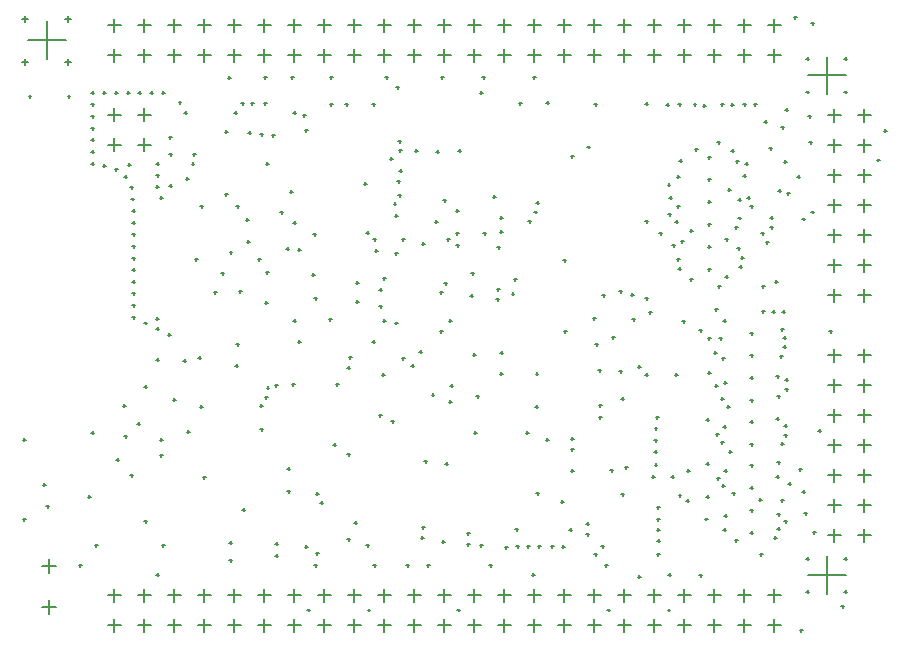
<source format=gbr>
%TF.GenerationSoftware,Altium Limited,Altium Designer,21.2.2 (38)*%
G04 Layer_Color=128*
%FSLAX45Y45*%
%MOMM*%
%TF.SameCoordinates,D1C1B47B-FFDC-44FD-B647-F1046EBF8E97*%
%TF.FilePolarity,Positive*%
%TF.FileFunction,Drillmap*%
%TF.Part,Single*%
G01*
G75*
%TA.AperFunction,NonConductor*%
%ADD226C,0.12700*%
D226*
X1977000Y190500D02*
X2087000D01*
X2032000Y135500D02*
Y245500D01*
X2231000Y190500D02*
X2341000D01*
X2286000Y135500D02*
Y245500D01*
X2485000Y190500D02*
X2595000D01*
X2540000Y135500D02*
Y245500D01*
X2739000Y190500D02*
X2849000D01*
X2794000Y135500D02*
Y245500D01*
X2993000Y190500D02*
X3103000D01*
X3048000Y135500D02*
Y245500D01*
X3247000Y190500D02*
X3357000D01*
X3302000Y135500D02*
Y245500D01*
X3501000Y190500D02*
X3611000D01*
X3556000Y135500D02*
Y245500D01*
X3755000Y190500D02*
X3865000D01*
X3810000Y135500D02*
Y245500D01*
X4009000Y190500D02*
X4119000D01*
X4064000Y135500D02*
Y245500D01*
X4263000Y190500D02*
X4373000D01*
X4318000Y135500D02*
Y245500D01*
X4517000Y190500D02*
X4627000D01*
X4572000Y135500D02*
Y245500D01*
X4771000Y190500D02*
X4881000D01*
X4826000Y135500D02*
Y245500D01*
X5025000Y190500D02*
X5135000D01*
X5080000Y135500D02*
Y245500D01*
X5279000Y190500D02*
X5389000D01*
X5334000Y135500D02*
Y245500D01*
X5533000Y190500D02*
X5643000D01*
X5588000Y135500D02*
Y245500D01*
X5787000Y190500D02*
X5897000D01*
X5842000Y135500D02*
Y245500D01*
X6041000Y190500D02*
X6151000D01*
X6096000Y135500D02*
Y245500D01*
X6295000Y190500D02*
X6405000D01*
X6350000Y135500D02*
Y245500D01*
X6549000Y190500D02*
X6659000D01*
X6604000Y135500D02*
Y245500D01*
X6803000Y190500D02*
X6913000D01*
X6858000Y135500D02*
Y245500D01*
X7057000Y190500D02*
X7167000D01*
X7112000Y135500D02*
Y245500D01*
X7311000Y190500D02*
X7421000D01*
X7366000Y135500D02*
Y245500D01*
X7565000Y190500D02*
X7675000D01*
X7620000Y135500D02*
Y245500D01*
X1977000Y444500D02*
X2087000D01*
X2032000Y389500D02*
Y499500D01*
X2231000Y444500D02*
X2341000D01*
X2286000Y389500D02*
Y499500D01*
X2485000Y444500D02*
X2595000D01*
X2540000Y389500D02*
Y499500D01*
X2739000Y444500D02*
X2849000D01*
X2794000Y389500D02*
Y499500D01*
X2993000Y444500D02*
X3103000D01*
X3048000Y389500D02*
Y499500D01*
X3247000Y444500D02*
X3357000D01*
X3302000Y389500D02*
Y499500D01*
X3501000Y444500D02*
X3611000D01*
X3556000Y389500D02*
Y499500D01*
X3755000Y444500D02*
X3865000D01*
X3810000Y389500D02*
Y499500D01*
X4009000Y444500D02*
X4119000D01*
X4064000Y389500D02*
Y499500D01*
X4263000Y444500D02*
X4373000D01*
X4318000Y389500D02*
Y499500D01*
X4517000Y444500D02*
X4627000D01*
X4572000Y389500D02*
Y499500D01*
X4771000Y444500D02*
X4881000D01*
X4826000Y389500D02*
Y499500D01*
X5025000Y444500D02*
X5135000D01*
X5080000Y389500D02*
Y499500D01*
X5279000Y444500D02*
X5389000D01*
X5334000Y389500D02*
Y499500D01*
X5533000Y444500D02*
X5643000D01*
X5588000Y389500D02*
Y499500D01*
X5787000Y444500D02*
X5897000D01*
X5842000Y389500D02*
Y499500D01*
X6041000Y444500D02*
X6151000D01*
X6096000Y389500D02*
Y499500D01*
X6295000Y444500D02*
X6405000D01*
X6350000Y389500D02*
Y499500D01*
X6549000Y444500D02*
X6659000D01*
X6604000Y389500D02*
Y499500D01*
X6803000Y444500D02*
X6913000D01*
X6858000Y389500D02*
Y499500D01*
X7057000Y444500D02*
X7167000D01*
X7112000Y389500D02*
Y499500D01*
X7311000Y444500D02*
X7421000D01*
X7366000Y389500D02*
Y499500D01*
X7565000Y444500D02*
X7675000D01*
X7620000Y389500D02*
Y499500D01*
X1977000Y5016500D02*
X2087000D01*
X2032000Y4961500D02*
Y5071500D01*
X2231000Y5016500D02*
X2341000D01*
X2286000Y4961500D02*
Y5071500D01*
X2485000Y5016500D02*
X2595000D01*
X2540000Y4961500D02*
Y5071500D01*
X2739000Y5016500D02*
X2849000D01*
X2794000Y4961500D02*
Y5071500D01*
X2993000Y5016500D02*
X3103000D01*
X3048000Y4961500D02*
Y5071500D01*
X3247000Y5016500D02*
X3357000D01*
X3302000Y4961500D02*
Y5071500D01*
X3501000Y5016500D02*
X3611000D01*
X3556000Y4961500D02*
Y5071500D01*
X3755000Y5016500D02*
X3865000D01*
X3810000Y4961500D02*
Y5071500D01*
X4009000Y5016500D02*
X4119000D01*
X4064000Y4961500D02*
Y5071500D01*
X4263000Y5016500D02*
X4373000D01*
X4318000Y4961500D02*
Y5071500D01*
X4517000Y5016500D02*
X4627000D01*
X4572000Y4961500D02*
Y5071500D01*
X4771000Y5016500D02*
X4881000D01*
X4826000Y4961500D02*
Y5071500D01*
X5025000Y5016500D02*
X5135000D01*
X5080000Y4961500D02*
Y5071500D01*
X5279000Y5016500D02*
X5389000D01*
X5334000Y4961500D02*
Y5071500D01*
X5533000Y5016500D02*
X5643000D01*
X5588000Y4961500D02*
Y5071500D01*
X5787000Y5016500D02*
X5897000D01*
X5842000Y4961500D02*
Y5071500D01*
X6041000Y5016500D02*
X6151000D01*
X6096000Y4961500D02*
Y5071500D01*
X6295000Y5016500D02*
X6405000D01*
X6350000Y4961500D02*
Y5071500D01*
X6549000Y5016500D02*
X6659000D01*
X6604000Y4961500D02*
Y5071500D01*
X6803000Y5016500D02*
X6913000D01*
X6858000Y4961500D02*
Y5071500D01*
X7057000Y5016500D02*
X7167000D01*
X7112000Y4961500D02*
Y5071500D01*
X7311000Y5016500D02*
X7421000D01*
X7366000Y4961500D02*
Y5071500D01*
X7565000Y5016500D02*
X7675000D01*
X7620000Y4961500D02*
Y5071500D01*
X1977000Y5270500D02*
X2087000D01*
X2032000Y5215500D02*
Y5325500D01*
X2231000Y5270500D02*
X2341000D01*
X2286000Y5215500D02*
Y5325500D01*
X2485000Y5270500D02*
X2595000D01*
X2540000Y5215500D02*
Y5325500D01*
X2739000Y5270500D02*
X2849000D01*
X2794000Y5215500D02*
Y5325500D01*
X2993000Y5270500D02*
X3103000D01*
X3048000Y5215500D02*
Y5325500D01*
X3247000Y5270500D02*
X3357000D01*
X3302000Y5215500D02*
Y5325500D01*
X3501000Y5270500D02*
X3611000D01*
X3556000Y5215500D02*
Y5325500D01*
X3755000Y5270500D02*
X3865000D01*
X3810000Y5215500D02*
Y5325500D01*
X4009000Y5270500D02*
X4119000D01*
X4064000Y5215500D02*
Y5325500D01*
X4263000Y5270500D02*
X4373000D01*
X4318000Y5215500D02*
Y5325500D01*
X4517000Y5270500D02*
X4627000D01*
X4572000Y5215500D02*
Y5325500D01*
X4771000Y5270500D02*
X4881000D01*
X4826000Y5215500D02*
Y5325500D01*
X5025000Y5270500D02*
X5135000D01*
X5080000Y5215500D02*
Y5325500D01*
X5279000Y5270500D02*
X5389000D01*
X5334000Y5215500D02*
Y5325500D01*
X5533000Y5270500D02*
X5643000D01*
X5588000Y5215500D02*
Y5325500D01*
X5787000Y5270500D02*
X5897000D01*
X5842000Y5215500D02*
Y5325500D01*
X6041000Y5270500D02*
X6151000D01*
X6096000Y5215500D02*
Y5325500D01*
X6295000Y5270500D02*
X6405000D01*
X6350000Y5215500D02*
Y5325500D01*
X6549000Y5270500D02*
X6659000D01*
X6604000Y5215500D02*
Y5325500D01*
X6803000Y5270500D02*
X6913000D01*
X6858000Y5215500D02*
Y5325500D01*
X7057000Y5270500D02*
X7167000D01*
X7112000Y5215500D02*
Y5325500D01*
X7311000Y5270500D02*
X7421000D01*
X7366000Y5215500D02*
Y5325500D01*
X7565000Y5270500D02*
X7675000D01*
X7620000Y5215500D02*
Y5325500D01*
X8327000Y952800D02*
X8437000D01*
X8382000Y897800D02*
Y1007800D01*
X8327000Y1206800D02*
X8437000D01*
X8382000Y1151800D02*
Y1261800D01*
X8327000Y1460800D02*
X8437000D01*
X8382000Y1405800D02*
Y1515800D01*
X8327000Y1714800D02*
X8437000D01*
X8382000Y1659800D02*
Y1769800D01*
X8327000Y1968800D02*
X8437000D01*
X8382000Y1913800D02*
Y2023800D01*
X8327000Y2222800D02*
X8437000D01*
X8382000Y2167800D02*
Y2277800D01*
X8327000Y2476800D02*
X8437000D01*
X8382000Y2421800D02*
Y2531800D01*
X8073000Y952800D02*
X8183000D01*
X8128000Y897800D02*
Y1007800D01*
X8073000Y1206800D02*
X8183000D01*
X8128000Y1151800D02*
Y1261800D01*
X8073000Y1460800D02*
X8183000D01*
X8128000Y1405800D02*
Y1515800D01*
X8073000Y1714800D02*
X8183000D01*
X8128000Y1659800D02*
Y1769800D01*
X8073000Y1968800D02*
X8183000D01*
X8128000Y1913800D02*
Y2023800D01*
X8073000Y2222800D02*
X8183000D01*
X8128000Y2167800D02*
Y2277800D01*
X8073000Y2476800D02*
X8183000D01*
X8128000Y2421800D02*
Y2531800D01*
X8073000Y4508800D02*
X8183000D01*
X8128000Y4453800D02*
Y4563800D01*
X8073000Y4254800D02*
X8183000D01*
X8128000Y4199800D02*
Y4309800D01*
X8073000Y4000800D02*
X8183000D01*
X8128000Y3945800D02*
Y4055800D01*
X8073000Y3746800D02*
X8183000D01*
X8128000Y3691800D02*
Y3801800D01*
X8073000Y3492800D02*
X8183000D01*
X8128000Y3437800D02*
Y3547800D01*
X8073000Y3238800D02*
X8183000D01*
X8128000Y3183800D02*
Y3293800D01*
X8073000Y2984800D02*
X8183000D01*
X8128000Y2929800D02*
Y3039800D01*
X8327000Y4508800D02*
X8437000D01*
X8382000Y4453800D02*
Y4563800D01*
X8327000Y4254800D02*
X8437000D01*
X8382000Y4199800D02*
Y4309800D01*
X8327000Y4000800D02*
X8437000D01*
X8382000Y3945800D02*
Y4055800D01*
X8327000Y3746800D02*
X8437000D01*
X8382000Y3691800D02*
Y3801800D01*
X8327000Y3492800D02*
X8437000D01*
X8382000Y3437800D02*
Y3547800D01*
X8327000Y3238800D02*
X8437000D01*
X8382000Y3183800D02*
Y3293800D01*
X8327000Y2984800D02*
X8437000D01*
X8382000Y2929800D02*
Y3039800D01*
X2231000Y4258400D02*
X2341000D01*
X2286000Y4203400D02*
Y4313400D01*
X1977000Y4258400D02*
X2087000D01*
X2032000Y4203400D02*
Y4313400D01*
X2231000Y4512400D02*
X2341000D01*
X2286000Y4457400D02*
Y4567400D01*
X1977000Y4512400D02*
X2087000D01*
X2032000Y4457400D02*
Y4567400D01*
X7904500Y615000D02*
X8224500D01*
X8064500Y455000D02*
Y775000D01*
X7904500Y4846000D02*
X8224500D01*
X8064500Y4686000D02*
Y5006000D01*
X1300500Y5143500D02*
X1620500D01*
X1460500Y4983500D02*
Y5303500D01*
X1420000Y345000D02*
X1540000D01*
X1480000Y285000D02*
Y405000D01*
X1420000Y695000D02*
X1540000D01*
X1480000Y635000D02*
Y755000D01*
X7127500Y1810000D02*
X7152500D01*
X7140000Y1797500D02*
Y1822500D01*
X7167500Y1740000D02*
X7192500D01*
X7180000Y1727500D02*
Y1752500D01*
X5897500Y1770000D02*
X5922500D01*
X5910000Y1757500D02*
Y1782500D01*
X7712755Y2269990D02*
X7737754D01*
X7725255Y2257490D02*
Y2282490D01*
X7716183Y2190000D02*
X7741183D01*
X7728683Y2177500D02*
Y2202500D01*
X7637500Y1940000D02*
X7662500D01*
X7650000Y1927500D02*
Y1952500D01*
X3537500Y2230000D02*
X3562500D01*
X3550000Y2217500D02*
Y2242500D01*
X7197500Y1120000D02*
X7222500D01*
X7210000Y1107500D02*
Y1132500D01*
X7177386Y1371546D02*
X7202386D01*
X7189886Y1359047D02*
Y1384046D01*
X7135113Y1433498D02*
X7160113D01*
X7147613Y1420998D02*
Y1445998D01*
X4226071Y3460097D02*
X4251070D01*
X4238570Y3447597D02*
Y3472597D01*
X3397500Y780000D02*
X3422500D01*
X3410000Y767500D02*
Y792500D01*
X7741646Y1387500D02*
X7766645D01*
X7754146Y1375000D02*
Y1400000D01*
X7827500Y1510000D02*
X7852500D01*
X7840000Y1497500D02*
Y1522500D01*
X3047500Y4530000D02*
X3072500D01*
X3060000Y4517500D02*
Y4542500D01*
X6810575Y1292754D02*
X6835575D01*
X6823075Y1280254D02*
Y1305254D01*
X6747500Y1450000D02*
X6772500D01*
X6760000Y1437500D02*
Y1462500D01*
X6627500Y1000000D02*
X6652500D01*
X6640000Y987500D02*
Y1012500D01*
X6627500Y1190000D02*
X6652500D01*
X6640000Y1177500D02*
Y1202500D01*
X6629660Y907841D02*
X6654659D01*
X6642159Y895341D02*
Y920341D01*
X6627500Y1090000D02*
X6652500D01*
X6640000Y1077500D02*
Y1102500D01*
X6877204Y1245676D02*
X6902204D01*
X6889704Y1233176D02*
Y1258176D01*
X6880148Y1498023D02*
X6905147D01*
X6892648Y1485523D02*
Y1510523D01*
X7701998Y4115503D02*
X7726997D01*
X7714497Y4103003D02*
Y4128002D01*
X7317395Y3794343D02*
X7342394D01*
X7329894Y3781844D02*
Y3806843D01*
X7391683Y3811452D02*
X7416683D01*
X7404183Y3798952D02*
Y3823952D01*
X7143897Y3059839D02*
X7168897D01*
X7156397Y3047340D02*
Y3072339D01*
X5898038Y1681306D02*
X5923038D01*
X5910538Y1668806D02*
Y1693806D01*
X7287500Y3560000D02*
X7312500D01*
X7300000Y3547500D02*
Y3572500D01*
X5587500Y3690000D02*
X5612500D01*
X5600000Y3677500D02*
Y3702500D01*
X5607500Y3770000D02*
X5632500D01*
X5620000Y3757500D02*
Y3782500D01*
X6467500Y2380000D02*
X6492500D01*
X6480000Y2367500D02*
Y2392500D01*
X3007500Y740000D02*
X3032500D01*
X3020000Y727500D02*
Y752500D01*
X5538853Y3613196D02*
X5563853D01*
X5551353Y3600697D02*
Y3625696D01*
X8187500Y350000D02*
X8212500D01*
X8200000Y337500D02*
Y362500D01*
X7994627Y1835937D02*
X8019627D01*
X8007127Y1823437D02*
Y1848437D01*
X7057500Y4155000D02*
X7082500D01*
X7070000Y4142500D02*
Y4167500D01*
X7057500Y3965000D02*
X7082500D01*
X7070000Y3952500D02*
Y3977500D01*
X3667500Y320000D02*
X3692500D01*
X3680000Y307500D02*
Y332500D01*
X4177500Y320000D02*
X4202500D01*
X4190000Y307500D02*
Y332500D01*
X6717500Y320000D02*
X6742500D01*
X6730000Y307500D02*
Y332500D01*
X6207500Y320000D02*
X6232500D01*
X6220000Y307500D02*
Y332500D01*
X4937500Y320000D02*
X4962500D01*
X4950000Y307500D02*
Y332500D01*
X4807500Y900000D02*
X4832500D01*
X4820000Y887500D02*
Y912500D01*
X5207500Y700000D02*
X5232500D01*
X5220000Y687500D02*
Y712500D01*
X5338158Y849341D02*
X5363158D01*
X5350658Y836842D02*
Y861841D01*
X5437500Y860000D02*
X5462500D01*
X5450000Y847500D02*
Y872500D01*
X5527500Y860000D02*
X5552500D01*
X5540000Y847500D02*
Y872500D01*
X5617500Y860000D02*
X5642500D01*
X5630000Y847500D02*
Y872500D01*
X5727500Y860000D02*
X5752500D01*
X5740000Y847500D02*
Y872500D01*
X5820849Y856652D02*
X5845848D01*
X5833349Y844152D02*
Y869152D01*
X5017500Y875000D02*
X5042500D01*
X5030000Y862500D02*
Y887500D01*
X2647500Y1830000D02*
X2672500D01*
X2660000Y1817500D02*
Y1842500D01*
X2417500Y1760000D02*
X2442500D01*
X2430000Y1747500D02*
Y1772500D01*
X5887500Y1000000D02*
X5912500D01*
X5900000Y987500D02*
Y1012500D01*
X6155000Y860000D02*
X6180000D01*
X6167500Y847500D02*
Y872500D01*
X6027500Y960000D02*
X6052500D01*
X6040000Y947500D02*
Y972500D01*
X6027500Y1050000D02*
X6052500D01*
X6040000Y1037500D02*
Y1062500D01*
X5687500Y1760000D02*
X5712500D01*
X5700000Y1747500D02*
Y1772500D01*
X2167500Y1460000D02*
X2192500D01*
X2180000Y1447500D02*
Y1472500D01*
X4298126Y2310000D02*
X4323125D01*
X4310625Y2297500D02*
Y2322500D01*
X5300000Y2500000D02*
X5325000D01*
X5312500Y2487500D02*
Y2512500D01*
X5097500Y2130000D02*
X5122500D01*
X5110000Y2117500D02*
Y2142500D01*
X5396814Y2996103D02*
X5421813D01*
X5409314Y2983603D02*
Y3008603D01*
X2577500Y4620000D02*
X2602500D01*
X2590000Y4607500D02*
Y4632500D01*
X3547500Y2770000D02*
X3572500D01*
X3560000Y2757500D02*
Y2782500D01*
X3436841Y3689341D02*
X3461841D01*
X3449341Y3676842D02*
Y3701841D01*
X3707500Y3156916D02*
X3732500D01*
X3720000Y3144416D02*
Y3169416D01*
X7907500Y4500000D02*
X7932500D01*
X7920000Y4487500D02*
Y4512500D01*
X7577500Y4230000D02*
X7602500D01*
X7590000Y4217500D02*
Y4242500D01*
X7256842Y4209342D02*
X7281841D01*
X7269342Y4196842D02*
Y4221841D01*
X7137500Y4280000D02*
X7162500D01*
X7150000Y4267500D02*
Y4292500D01*
X6723205Y619217D02*
X6748204D01*
X6735705Y606718D02*
Y631717D01*
X7587500Y3560000D02*
X7612500D01*
X7600000Y3547500D02*
Y3572500D01*
X7587500Y3640000D02*
X7612500D01*
X7600000Y3627500D02*
Y3652500D01*
X7856842Y3630658D02*
X7881841D01*
X7869341Y3618159D02*
Y3643158D01*
X6417500Y2780000D02*
X6442500D01*
X6430000Y2767500D02*
Y2792500D01*
X6777500Y2310000D02*
X6802500D01*
X6790000Y2297500D02*
Y2322500D01*
X6326734Y2108209D02*
X6351734D01*
X6339234Y2095709D02*
Y2120708D01*
X6132923Y2350275D02*
X6157923D01*
X6145423Y2337775D02*
Y2362775D01*
X6527500Y2310000D02*
X6552500D01*
X6540000Y2297500D02*
Y2322500D01*
X5597500Y2040000D02*
X5622500D01*
X5610000Y2027500D02*
Y2052500D01*
X4719210Y2143472D02*
X4744210D01*
X4731710Y2130972D02*
Y2155972D01*
X4007500Y1640000D02*
X4032500D01*
X4020000Y1627500D02*
Y1652500D01*
X2745048Y2453884D02*
X2770048D01*
X2757548Y2441384D02*
Y2466384D01*
X3057500Y2390000D02*
X3082500D01*
X3070000Y2377500D02*
Y2402500D01*
X2756842Y2040663D02*
X2781842D01*
X2769342Y2028163D02*
Y2053163D01*
X3117500Y1170000D02*
X3142500D01*
X3130000Y1157500D02*
Y1182500D01*
X3267500Y1850000D02*
X3292500D01*
X3280000Y1837500D02*
Y1862500D01*
X2417500Y1630000D02*
X2442500D01*
X2430000Y1617500D02*
Y1642500D01*
X1807500Y1280000D02*
X1832500D01*
X1820000Y1267500D02*
Y1292500D01*
X3647729Y857472D02*
X3672729D01*
X3660229Y844972D02*
Y869972D01*
X3777500Y1230000D02*
X3802500D01*
X3790000Y1217500D02*
Y1242500D01*
X3737934Y1306338D02*
X3762934D01*
X3750434Y1293838D02*
Y1318838D01*
X4066661Y1060608D02*
X4091661D01*
X4079161Y1048109D02*
Y1073108D01*
X4007458Y920049D02*
X4032458D01*
X4019958Y907549D02*
Y932549D01*
X4866448Y2084181D02*
X4891448D01*
X4878948Y2071681D02*
Y2096681D01*
X5077500Y1820000D02*
X5102500D01*
X5090000Y1807500D02*
Y1832500D01*
X4657500Y1580000D02*
X4682500D01*
X4670000Y1567500D02*
Y1592500D01*
X4627500Y930000D02*
X4652500D01*
X4640000Y917500D02*
Y942500D01*
X5814591Y1237500D02*
X5839591D01*
X5827091Y1225000D02*
Y1250000D01*
X6583136Y1447653D02*
X6608136D01*
X6595636Y1435154D02*
Y1460153D01*
X5897500Y1500000D02*
X5922500D01*
X5910000Y1487500D02*
Y1512500D01*
X6327500Y1300000D02*
X6352500D01*
X6340000Y1287500D02*
Y1312500D01*
X7876802Y1137694D02*
X7901801D01*
X7889301Y1125194D02*
Y1150194D01*
X6647500Y3510000D02*
X6672500D01*
X6660000Y3497500D02*
Y3522500D01*
X7917500Y4280000D02*
X7942500D01*
X7930000Y4267500D02*
Y4292500D01*
X7679350Y4408150D02*
X7704350D01*
X7691850Y4395650D02*
Y4420650D01*
X7537500Y4455265D02*
X7562500D01*
X7550000Y4442765D02*
Y4467764D01*
X7017500Y4590000D02*
X7042500D01*
X7030000Y4577500D02*
Y4602500D01*
X5127106Y4700923D02*
X5152106D01*
X5139606Y4688423D02*
Y4713423D01*
X7510000Y3510000D02*
X7535000D01*
X7522500Y3497500D02*
Y3522500D01*
X4437500Y4290000D02*
X4462500D01*
X4450000Y4277500D02*
Y4302500D01*
X6137500Y2055000D02*
X6162500D01*
X6150000Y2042500D02*
Y2067500D01*
X4165000Y3515000D02*
X4190000D01*
X4177500Y3502500D02*
Y3527500D01*
X7517500Y2850000D02*
X7542500D01*
X7530000Y2837500D02*
Y2862500D01*
X2437500Y870000D02*
X2462500D01*
X2450000Y857500D02*
Y882500D01*
X7547500Y3435000D02*
X7572500D01*
X7560000Y3422500D02*
Y3447500D01*
X6717500Y3920000D02*
X6742500D01*
X6730000Y3907500D02*
Y3932500D01*
X7517500Y3060000D02*
X7542500D01*
X7530000Y3047500D02*
Y3072500D01*
X7337500Y3303303D02*
X7362500D01*
X7350000Y3290803D02*
Y3315802D01*
X7627500Y3100000D02*
X7652500D01*
X7640000Y3087500D02*
Y3112500D01*
X7602765Y2845000D02*
X7627765D01*
X7615265Y2832500D02*
Y2857500D01*
X7687500Y2845000D02*
X7712500D01*
X7700000Y2832500D02*
Y2857500D01*
X7187500Y2770000D02*
X7212500D01*
X7200000Y2757500D02*
Y2782500D01*
X7119413Y2868087D02*
X7144413D01*
X7131913Y2855587D02*
Y2880587D01*
X7725896Y3847623D02*
X7750896D01*
X7738396Y3835124D02*
Y3860123D01*
X7817500Y3990000D02*
X7842500D01*
X7830000Y3977500D02*
Y4002500D01*
X8087500Y2680000D02*
X8112500D01*
X8100000Y2667500D02*
Y2692500D01*
X7935178Y3690000D02*
X7960178D01*
X7947678Y3677500D02*
Y3702500D01*
X8548631Y4379489D02*
X8573631D01*
X8561131Y4366989D02*
Y4391989D01*
X8487500Y4130000D02*
X8512500D01*
X8500000Y4117500D02*
Y4142500D01*
X6829707Y3442535D02*
X6854707D01*
X6842207Y3430035D02*
Y3455034D01*
X6757500Y3410000D02*
X6782500D01*
X6770000Y3397500D02*
Y3422500D01*
X6797500Y3290000D02*
X6822500D01*
X6810000Y3277500D02*
Y3302500D01*
X6807500Y3210000D02*
X6832500D01*
X6820000Y3197500D02*
Y3222500D01*
X6947500Y4220000D02*
X6972500D01*
X6960000Y4207500D02*
Y4232500D01*
X7417500Y3740000D02*
X7442500D01*
X7430000Y3727500D02*
Y3752500D01*
X7316538Y3639038D02*
X7341538D01*
X7329038Y3626538D02*
Y3651538D01*
X7307500Y3381432D02*
X7332500D01*
X7320000Y3368932D02*
Y3393932D01*
X7253538Y4597355D02*
X7278538D01*
X7266038Y4584855D02*
Y4609855D01*
X7447500Y4600000D02*
X7472500D01*
X7460000Y4587500D02*
Y4612500D01*
X7167500Y4600000D02*
X7192500D01*
X7180000Y4587500D02*
Y4612500D01*
X7357500Y4600000D02*
X7382500D01*
X7370000Y4587500D02*
Y4612500D01*
X7035000Y1090658D02*
X7060000D01*
X7047500Y1078159D02*
Y1103158D01*
X7947500Y980000D02*
X7972500D01*
X7960000Y967500D02*
Y992500D01*
X7326915Y3225690D02*
X7351915D01*
X7339415Y3213190D02*
Y3238190D01*
X7357500Y3995000D02*
X7382500D01*
X7370000Y3982501D02*
Y4007500D01*
X7653731Y3868048D02*
X7678731D01*
X7666231Y3855549D02*
Y3880548D01*
X7108159Y2499341D02*
X7133158D01*
X7120659Y2486842D02*
Y2511841D01*
X3397500Y880000D02*
X3422500D01*
X3410000Y867500D02*
Y892500D01*
X4637739Y1021962D02*
X4662738D01*
X4650239Y1009462D02*
Y1034462D01*
X6842500Y2763566D02*
X6867500D01*
X6855000Y2751066D02*
Y2776066D01*
X7207500Y3140000D02*
X7232500D01*
X7220000Y3127500D02*
Y3152500D01*
X7057500Y2330000D02*
X7082500D01*
X7070000Y2317500D02*
Y2342500D01*
X7698306Y2623570D02*
X7723306D01*
X7710806Y2611070D02*
Y2636070D01*
X7675444Y2695000D02*
X7700444D01*
X7687944Y2682500D02*
Y2707500D01*
X7698215Y2548570D02*
X7723215D01*
X7710715Y2536070D02*
Y2561070D01*
X7667500Y2470000D02*
X7692500D01*
X7680000Y2457500D02*
Y2482500D01*
X2417500Y3810000D02*
X2442500D01*
X2430000Y3797500D02*
Y3822500D01*
X2386209Y3902954D02*
X2411209D01*
X2398709Y3890454D02*
Y3915454D01*
X2487500Y2650000D02*
X2512500D01*
X2500000Y2637500D02*
Y2662500D01*
X2387500Y2700000D02*
X2412500D01*
X2400000Y2687500D02*
Y2712500D01*
X2437500Y4700000D02*
X2462500D01*
X2450000Y4687500D02*
Y4712500D01*
X2337500Y4700000D02*
X2362500D01*
X2350000Y4687500D02*
Y4712500D01*
X2237500Y4700000D02*
X2262500D01*
X2250000Y4687500D02*
Y4712500D01*
X2137500Y4700000D02*
X2162500D01*
X2150000Y4687500D02*
Y4712500D01*
X2037500Y4700000D02*
X2062500D01*
X2050000Y4687500D02*
Y4712500D01*
X1937500Y4700000D02*
X1962500D01*
X1950000Y4687500D02*
Y4712500D01*
X1837500Y4700000D02*
X1862500D01*
X1850000Y4687500D02*
Y4712500D01*
X1837500Y4600000D02*
X1862500D01*
X1850000Y4587500D02*
Y4612500D01*
X1837500Y4500000D02*
X1862500D01*
X1850000Y4487500D02*
Y4512500D01*
X1837500Y4400000D02*
X1862500D01*
X1850000Y4387500D02*
Y4412500D01*
X1837500Y4300000D02*
X1862500D01*
X1850000Y4287500D02*
Y4312500D01*
X1837500Y4200000D02*
X1862500D01*
X1850000Y4187500D02*
Y4212500D01*
X2177500Y3800000D02*
X2202500D01*
X2190000Y3787500D02*
Y3812500D01*
X2187500Y3700000D02*
X2212500D01*
X2200000Y3687500D02*
Y3712500D01*
X2187500Y3600000D02*
X2212500D01*
X2200000Y3587500D02*
Y3612500D01*
X3147357Y3625738D02*
X3172357D01*
X3159857Y3613239D02*
Y3638238D01*
X2383169Y2786701D02*
X2408169D01*
X2395669Y2774201D02*
Y2799201D01*
X3009164Y3349445D02*
X3034164D01*
X3021664Y3336945D02*
Y3361945D01*
X3155709Y3436485D02*
X3180709D01*
X3168209Y3423986D02*
Y3448985D01*
X2499623Y3912123D02*
X2524623D01*
X2512123Y3899624D02*
Y3924623D01*
X2497500Y4180000D02*
X2522500D01*
X2510000Y4167500D02*
Y4192500D01*
X2187500Y3500000D02*
X2212500D01*
X2200000Y3487500D02*
Y3512500D01*
X3167500Y4360000D02*
X3192500D01*
X3180000Y4347500D02*
Y4372500D01*
X2697500Y4180000D02*
X2722500D01*
X2710000Y4167500D02*
Y4192500D01*
X6733579Y3809461D02*
X6758578D01*
X6746078Y3796961D02*
Y3821960D01*
X6907093Y3531263D02*
X6932093D01*
X6919593Y3518763D02*
Y3543763D01*
X6783332Y3605790D02*
X6808332D01*
X6795832Y3593291D02*
Y3618290D01*
X6797500Y3740000D02*
X6822500D01*
X6810000Y3727500D02*
Y3752500D01*
X6723736Y3670000D02*
X6748736D01*
X6736236Y3657500D02*
Y3682500D01*
X2287500Y2750000D02*
X2312500D01*
X2300000Y2737500D02*
Y2762500D01*
X2387500Y4100000D02*
X2412500D01*
X2400000Y4087500D02*
Y4112500D01*
X2147500Y4090000D02*
X2172500D01*
X2160000Y4077500D02*
Y4102500D01*
X1837500Y4100000D02*
X1862500D01*
X1850000Y4087500D02*
Y4112500D01*
X2117500Y3990000D02*
X2142500D01*
X2130000Y3977500D02*
Y4002500D01*
X2167500Y3900000D02*
X2192500D01*
X2180000Y3887500D02*
Y3912500D01*
X2387500Y4000000D02*
X2412500D01*
X2400000Y3987500D02*
Y4012500D01*
X1937500Y4080000D02*
X1962500D01*
X1950000Y4067500D02*
Y4092500D01*
X2037500Y4050000D02*
X2062500D01*
X2050000Y4037500D02*
Y4062500D01*
X2187500Y3400000D02*
X2212500D01*
X2200000Y3387500D02*
Y3412500D01*
X2187500Y3300000D02*
X2212500D01*
X2200000Y3287500D02*
Y3312500D01*
X2187500Y3200000D02*
X2212500D01*
X2200000Y3187500D02*
Y3212500D01*
X2187500Y3100000D02*
X2212500D01*
X2200000Y3087500D02*
Y3112500D01*
X2187500Y3000000D02*
X2212500D01*
X2200000Y2987500D02*
Y3012500D01*
X2187500Y2900000D02*
X2212500D01*
X2200000Y2887500D02*
Y2912500D01*
X2187500Y2800000D02*
X2212500D01*
X2200000Y2787500D02*
Y2812500D01*
X6607500Y1550000D02*
X6632500D01*
X6620000Y1537500D02*
Y1562500D01*
X6605501Y1658159D02*
X6630500D01*
X6618000Y1645659D02*
Y1670659D01*
X6605000Y1757500D02*
X6630000D01*
X6617500Y1745000D02*
Y1770000D01*
X6607500Y1860000D02*
X6632500D01*
X6620000Y1847500D02*
Y1872500D01*
X6617500Y1950000D02*
X6642500D01*
X6630000Y1937500D02*
Y1962500D01*
X6627500Y790000D02*
X6652500D01*
X6640000Y777500D02*
Y802500D01*
X6307500Y2340000D02*
X6332500D01*
X6320000Y2327500D02*
Y2352500D01*
X6137500Y1950000D02*
X6162500D01*
X6150000Y1937500D02*
Y1962500D01*
X6097500Y790000D02*
X6122500D01*
X6110000Y777500D02*
Y802500D01*
X6232500Y1505000D02*
X6257500D01*
X6245000Y1492500D02*
Y1517500D01*
X6357500Y1530000D02*
X6382500D01*
X6370000Y1517500D02*
Y1542500D01*
X7047500Y1277400D02*
X7072500D01*
X7060000Y1264900D02*
Y1289899D01*
X7715021Y4555473D02*
X7740021D01*
X7727521Y4542973D02*
Y4567973D01*
X7207500Y3460000D02*
X7232500D01*
X7220000Y3447500D02*
Y3472500D01*
X6907500Y3120000D02*
X6932500D01*
X6920000Y3107500D02*
Y3132500D01*
X6527500Y3610000D02*
X6552500D01*
X6540000Y3597500D02*
Y3622500D01*
X7227500Y3880000D02*
X7252500D01*
X7240000Y3867500D02*
Y3892500D01*
X7377500Y4100000D02*
X7402500D01*
X7390000Y4087500D02*
Y4112500D01*
X7296841Y4119342D02*
X7321841D01*
X7309341Y4106842D02*
Y4131841D01*
X6817500Y4122071D02*
X6842500D01*
X6830000Y4109571D02*
Y4134571D01*
X6797500Y3990000D02*
X6822500D01*
X6810000Y3977500D02*
Y4002500D01*
X4787500Y3010000D02*
X4812500D01*
X4800000Y2997500D02*
Y3022500D01*
X5607500Y1310000D02*
X5632500D01*
X5620000Y1297500D02*
Y1322500D01*
X6527500Y2960000D02*
X6552500D01*
X6540000Y2947500D02*
Y2972500D01*
X5835000Y3281251D02*
X5860000D01*
X5847500Y3268751D02*
Y3293751D01*
X6407503Y2990002D02*
X6432502D01*
X6420002Y2977503D02*
Y3002502D01*
X6557500Y2840000D02*
X6582500D01*
X6570000Y2827500D02*
Y2852500D01*
X6307500Y3020000D02*
X6332500D01*
X6320000Y3007500D02*
Y3032500D01*
X6037500Y4240000D02*
X6062500D01*
X6050000Y4227500D02*
Y4252500D01*
X5295436Y3521386D02*
X5320436D01*
X5307936Y3508886D02*
Y3533886D01*
X5600000Y2320000D02*
X5625000D01*
X5612500Y2307500D02*
Y2332500D01*
X5515724Y1819925D02*
X5540723D01*
X5528224Y1807425D02*
Y1832425D01*
X5837500Y2680000D02*
X5862500D01*
X5850000Y2667500D02*
Y2692500D01*
X4407500Y2750000D02*
X4432500D01*
X4420000Y2737500D02*
Y2762500D01*
X5297500Y2320000D02*
X5322500D01*
X5310000Y2307500D02*
Y2332500D01*
X5277500Y3390000D02*
X5302500D01*
X5290000Y3377500D02*
Y3402500D01*
X4927500Y3410000D02*
X4952500D01*
X4940000Y3397500D02*
Y3422500D01*
X5157500Y3510000D02*
X5182500D01*
X5170000Y3497500D02*
Y3522500D01*
X6987500Y2690000D02*
X7012500D01*
X7000000Y2677500D02*
Y2702500D01*
X7057500Y2620000D02*
X7082500D01*
X7070000Y2607500D02*
Y2632500D01*
X6187500Y700000D02*
X6212500D01*
X6200000Y687500D02*
Y712500D01*
X6987395Y614807D02*
X7012395D01*
X6999895Y602307D02*
Y627307D01*
X4877500Y2220000D02*
X4902500D01*
X4890000Y2207500D02*
Y2232500D01*
X4271224Y1969697D02*
X4296224D01*
X4283724Y1957197D02*
Y1982197D01*
X3266807Y2050000D02*
X3291806D01*
X3279307Y2037500D02*
Y2062500D01*
X3307500Y2120000D02*
X3332500D01*
X3320000Y2107500D02*
Y2132500D01*
X3322500Y2200000D02*
X3347499D01*
X3334999Y2187500D02*
Y2212500D01*
X3394030Y2222547D02*
X3419029D01*
X3406530Y2210048D02*
Y2235047D01*
X5067500Y2480000D02*
X5092500D01*
X5080000Y2467500D02*
Y2492500D01*
X4218125Y2590000D02*
X4243125D01*
X4230625Y2577500D02*
Y2602500D01*
X4307500Y2770000D02*
X4332500D01*
X4320000Y2757500D02*
Y2782500D01*
X3586250Y2591250D02*
X3611250D01*
X3598750Y2578750D02*
Y2603750D01*
X3907500Y2230000D02*
X3932500D01*
X3920000Y2217500D02*
Y2242500D01*
X6247500Y2630000D02*
X6272500D01*
X6260000Y2617500D02*
Y2642500D01*
X3088853Y3020000D02*
X3113853D01*
X3101353Y3007500D02*
Y3032500D01*
X3307500Y2920000D02*
X3332500D01*
X3320000Y2907500D02*
Y2932500D01*
X3727500Y2960000D02*
X3752500D01*
X3740000Y2947500D02*
Y2972500D01*
X3887500Y1720000D02*
X3912500D01*
X3900000Y1707500D02*
Y1732500D01*
X4377500Y1920000D02*
X4402500D01*
X4390000Y1907500D02*
Y1932500D01*
X4007500Y2370459D02*
X4032500D01*
X4020000Y2357959D02*
Y2382959D01*
X2782108Y1442986D02*
X2807108D01*
X2794608Y1430486D02*
Y1455486D01*
X2227500Y1898943D02*
X2252500D01*
X2240000Y1886443D02*
Y1911442D01*
X3737500Y800000D02*
X3762500D01*
X3750000Y787500D02*
Y812500D01*
X4837500Y1560000D02*
X4862500D01*
X4850000Y1547500D02*
Y1572500D01*
X7047500Y1930000D02*
X7072500D01*
X7060000Y1917500D02*
Y1942500D01*
X7191038Y1872220D02*
X7216037D01*
X7203538Y1859720D02*
Y1884720D01*
X7637485Y2299995D02*
X7662485D01*
X7649985Y2287496D02*
Y2312495D01*
X6164631Y2982870D02*
X6189630D01*
X6177130Y2970370D02*
Y2995369D01*
X6085000Y2789395D02*
X6110000D01*
X6097500Y2776895D02*
Y2801895D01*
X2287500Y1070000D02*
X2312500D01*
X2300000Y1057500D02*
Y1082500D01*
X2994152Y4826652D02*
X3019152D01*
X3006652Y4814152D02*
Y4839152D01*
X4017500Y2460000D02*
X4042500D01*
X4030000Y2447500D02*
Y2472500D01*
X4547500Y2390000D02*
X4572500D01*
X4560000Y2377500D02*
Y2402500D01*
X4467500Y2450000D02*
X4492500D01*
X4480000Y2437500D02*
Y2462500D01*
X4615000Y2507500D02*
X4640000D01*
X4627500Y2495000D02*
Y2520000D01*
X6467500Y600000D02*
X6492500D01*
X6480000Y587500D02*
Y612500D01*
X3497500Y1325000D02*
X3522500D01*
X3510000Y1312500D02*
Y1337500D01*
X3497500Y1515000D02*
X3522500D01*
X3510000Y1502500D02*
Y1527500D01*
X7057500Y3585000D02*
X7082500D01*
X7070000Y3572500D02*
Y3597500D01*
X7057500Y3775000D02*
X7082500D01*
X7070000Y3762500D02*
Y3787500D01*
X7417500Y975000D02*
X7442500D01*
X7430000Y962500D02*
Y987500D01*
X7417500Y1165000D02*
X7442500D01*
X7430000Y1152500D02*
Y1177500D01*
X7417500Y1725000D02*
X7442500D01*
X7430000Y1712500D02*
Y1737500D01*
X7417500Y1915000D02*
X7442500D01*
X7430000Y1902500D02*
Y1927500D01*
X7417500Y1355000D02*
X7442500D01*
X7430000Y1342500D02*
Y1367500D01*
X7417500Y1545000D02*
X7442500D01*
X7430000Y1532500D02*
Y1557500D01*
X7417500Y2095000D02*
X7442500D01*
X7430000Y2082500D02*
Y2107500D01*
X7417500Y2285000D02*
X7442500D01*
X7430000Y2272500D02*
Y2297500D01*
X7057500Y3205000D02*
X7082500D01*
X7070000Y3192500D02*
Y3217500D01*
X7057500Y3395000D02*
X7082500D01*
X7070000Y3382500D02*
Y3407500D01*
X7417500Y2475000D02*
X7442500D01*
X7430000Y2462500D02*
Y2487500D01*
X7417500Y2665000D02*
X7442500D01*
X7430000Y2652500D02*
Y2677500D01*
X7892000Y755000D02*
X7917000D01*
X7904500Y742500D02*
Y767500D01*
X7892000Y475000D02*
X7917000D01*
X7904500Y462500D02*
Y487500D01*
X8212000Y475000D02*
X8237000D01*
X8224500Y462500D02*
Y487500D01*
X8212000Y755000D02*
X8237000D01*
X8224500Y742500D02*
Y767500D01*
X7892000Y4986000D02*
X7917000D01*
X7904500Y4973500D02*
Y4998500D01*
X7892000Y4706000D02*
X7917000D01*
X7904500Y4693500D02*
Y4718500D01*
X8212000Y4706000D02*
X8237000D01*
X8224500Y4693500D02*
Y4718500D01*
X8212000Y4986000D02*
X8237000D01*
X8224500Y4973500D02*
Y4998500D01*
X1255500Y5323500D02*
X1305500D01*
X1280500Y5298500D02*
Y5348500D01*
X1255500Y4963500D02*
X1305500D01*
X1280500Y4938500D02*
Y4988500D01*
X1615988Y4963500D02*
X1665988D01*
X1640988Y4938500D02*
Y4988500D01*
X1615484Y5323500D02*
X1665484D01*
X1640484Y5298500D02*
Y5348500D01*
X4277500Y2890000D02*
X4302500D01*
X4290000Y2877500D02*
Y2902500D01*
X4080000Y3090000D02*
X4105000D01*
X4092500Y3077500D02*
Y3102500D01*
X4077599Y2928585D02*
X4102598D01*
X4090098Y2916085D02*
Y2941085D01*
X4277500Y3030000D02*
X4302500D01*
X4290000Y3017500D02*
Y3042500D01*
X3850000Y2780000D02*
X3875000D01*
X3862500Y2767500D02*
Y2792500D01*
X1637500Y4670000D02*
X1662500D01*
X1650000Y4657500D02*
Y4682500D01*
X2687500Y4100000D02*
X2712500D01*
X2700000Y4087500D02*
Y4112500D01*
X3547500Y3600000D02*
X3572500D01*
X3560000Y3587500D02*
Y3612500D01*
X4397500Y3760000D02*
X4422500D01*
X4410000Y3747500D02*
Y3772500D01*
X2970000Y4370000D02*
X2995000D01*
X2982500Y4357500D02*
Y4382500D01*
X2937500Y3170000D02*
X2962500D01*
X2950000Y3157500D02*
Y3182500D01*
X7117500Y2220000D02*
X7142500D01*
X7130000Y2207500D02*
Y2232500D01*
X7707500Y1880000D02*
X7732500D01*
X7720000Y1867500D02*
Y1892500D01*
X7647485Y1129998D02*
X7672485D01*
X7659985Y1117498D02*
Y1142498D01*
X7157486Y2619995D02*
X7182486D01*
X7169986Y2607495D02*
Y2632495D01*
X7192653Y2243440D02*
X7217653D01*
X7205153Y2230940D02*
Y2255940D01*
X7677485Y1249997D02*
X7702484D01*
X7689985Y1237498D02*
Y1262497D01*
X7647500Y1570000D02*
X7672500D01*
X7660000Y1557500D02*
Y1582500D01*
X7197486Y1499997D02*
X7222485D01*
X7209986Y1487497D02*
Y1512497D01*
X3297500Y4610000D02*
X3322500D01*
X3310000Y4597500D02*
Y4622500D01*
X4217500Y4602500D02*
X4242500D01*
X4230000Y4590000D02*
Y4615000D01*
X6807500Y4600000D02*
X6832500D01*
X6820000Y4587500D02*
Y4612500D01*
X3547500Y4530000D02*
X3572500D01*
X3560000Y4517500D02*
Y4542500D01*
X6708195Y4598026D02*
X6733195D01*
X6720695Y4585527D02*
Y4610526D01*
X3857500Y4602500D02*
X3882500D01*
X3870000Y4590000D02*
Y4615000D01*
X5457500Y4610000D02*
X5482500D01*
X5470000Y4597500D02*
Y4622500D01*
X6937500Y4600000D02*
X6962500D01*
X6950000Y4587500D02*
Y4612500D01*
X5127500Y870000D02*
X5152500D01*
X5140000Y857500D02*
Y882500D01*
X7237500Y1660000D02*
X7262500D01*
X7250000Y1647500D02*
Y1672500D01*
X7177486Y2449995D02*
X7202485D01*
X7189986Y2437495D02*
Y2462495D01*
X7217486Y2039996D02*
X7242485D01*
X7229986Y2027496D02*
Y2052496D01*
X7647485Y2129996D02*
X7672485D01*
X7659985Y2117496D02*
Y2142496D01*
X7674827Y1726203D02*
X7699827D01*
X7687327Y1713703D02*
Y1738703D01*
X7287500Y910000D02*
X7312500D01*
X7300000Y897500D02*
Y922500D01*
X7647485Y1009998D02*
X7672485D01*
X7659985Y997498D02*
Y1022498D01*
X7857500Y1320000D02*
X7882500D01*
X7870000Y1307500D02*
Y1332500D01*
X7267500Y1307500D02*
X7292500D01*
X7280000Y1295000D02*
Y1320000D01*
X3317500Y3180000D02*
X3342500D01*
X3330000Y3167500D02*
Y3192500D01*
X4407500Y3340000D02*
X4432500D01*
X4420000Y3327500D02*
Y3352500D01*
X4407500Y3660000D02*
X4432500D01*
X4420000Y3647500D02*
Y3672500D01*
X3317500Y4097503D02*
X3342500D01*
X3330000Y4085003D02*
Y4110002D01*
X3267500Y4350000D02*
X3292500D01*
X3280000Y4337500D02*
Y4362500D01*
X3487500Y3380000D02*
X3512500D01*
X3500000Y3367500D02*
Y3392500D01*
X3717500Y3500000D02*
X3742500D01*
X3730000Y3487500D02*
Y3512500D01*
X2967500Y3840000D02*
X2992500D01*
X2980000Y3827500D02*
Y3852500D01*
X3367500Y4340000D02*
X3392500D01*
X3380000Y4327500D02*
Y4352500D01*
X2760000Y3740000D02*
X2785000D01*
X2772500Y3727500D02*
Y3752500D01*
X3647500Y4380000D02*
X3672500D01*
X3660000Y4367500D02*
Y4392500D01*
X4467500Y3460000D02*
X4492500D01*
X4480000Y3447500D02*
Y3472500D01*
X3517500Y3860000D02*
X3542500D01*
X3530000Y3847500D02*
Y3872500D01*
X3247500Y3290000D02*
X3272500D01*
X3260000Y3277500D02*
Y3302500D01*
X3067500Y3740000D02*
X3092500D01*
X3080000Y3727500D02*
Y3752500D01*
X1307500Y4670000D02*
X1332500D01*
X1320000Y4657500D02*
Y4682500D01*
X6107500Y2570000D02*
X6132500D01*
X6120000Y2557500D02*
Y2582500D01*
X4637500Y3420000D02*
X4662500D01*
X4650000Y3407500D02*
Y3432500D01*
X4925451Y3702049D02*
X4950451D01*
X4937951Y3689549D02*
Y3714549D01*
X7637485Y1449997D02*
X7662485D01*
X7649985Y1437497D02*
Y1462497D01*
X6098159Y4600659D02*
X6123158D01*
X6110659Y4588159D02*
Y4613158D01*
X6527512Y4604881D02*
X6552512D01*
X6540012Y4592381D02*
Y4617381D01*
X7932708Y5287588D02*
X7957708D01*
X7945208Y5275088D02*
Y5300087D01*
X2637500Y3970000D02*
X2662500D01*
X2650000Y3957500D02*
Y3982500D01*
X3108534Y4610965D02*
X3133534D01*
X3121034Y4598465D02*
Y4623464D01*
X3187500Y4610000D02*
X3212500D01*
X3200000Y4597500D02*
Y4622500D01*
X3987500Y4602500D02*
X4012500D01*
X4000000Y4590000D02*
Y4615000D01*
X4421792Y4747500D02*
X4446792D01*
X4434292Y4735000D02*
Y4760000D01*
X3007500Y890000D02*
X3032500D01*
X3020000Y877500D02*
Y902500D01*
X4798750Y4830000D02*
X4823750D01*
X4811250Y4817500D02*
Y4842500D01*
X2495728Y4323171D02*
X2520728D01*
X2508228Y4310671D02*
Y4335671D01*
X4577500Y4210000D02*
X4602500D01*
X4590000Y4197500D02*
Y4222500D01*
X2627500Y4530000D02*
X2652500D01*
X2640000Y4517500D02*
Y4542500D01*
X3064854Y2569391D02*
X3089854D01*
X3077354Y2556891D02*
Y2581890D01*
X1457500Y1200000D02*
X1482500D01*
X1470000Y1187500D02*
Y1212500D01*
X2050144Y1591929D02*
X2075144D01*
X2062644Y1579429D02*
Y1604429D01*
X5690849Y4613348D02*
X5715848D01*
X5703349Y4600849D02*
Y4625848D01*
X5577500Y4830000D02*
X5602500D01*
X5590000Y4817500D02*
Y4842500D01*
X4327500Y4830000D02*
X4352500D01*
X4340000Y4817500D02*
Y4842500D01*
X3857500Y4830000D02*
X3882500D01*
X3870000Y4817500D02*
Y4842500D01*
X3527500Y4830000D02*
X3552500D01*
X3540000Y4817500D02*
Y4842500D01*
X3297500Y4830000D02*
X3322500D01*
X3310000Y4817500D02*
Y4842500D01*
X3627500Y4510000D02*
X3652500D01*
X3640000Y4497500D02*
Y4522500D01*
X5147500Y4830000D02*
X5172500D01*
X5160000Y4817500D02*
Y4842500D01*
X4757500Y4200000D02*
X4782500D01*
X4770000Y4187500D02*
Y4212500D01*
X1427500Y1380000D02*
X1452500D01*
X1440000Y1367500D02*
Y1392500D01*
X5427500Y1002500D02*
X5452500D01*
X5440000Y990000D02*
Y1015000D01*
X4167500Y870000D02*
X4192500D01*
X4180000Y857500D02*
Y882500D01*
X5017500Y970000D02*
X5042500D01*
X5030000Y957500D02*
Y982500D01*
X5567500Y620000D02*
X5592500D01*
X5580000Y607500D02*
Y632500D01*
X2107140Y2050360D02*
X2132140D01*
X2119640Y2037860D02*
Y2062859D01*
X2117500Y1790000D02*
X2142500D01*
X2130000Y1777500D02*
Y1802500D01*
X2387500Y620000D02*
X2412500D01*
X2400000Y607500D02*
Y632500D01*
X1731881Y700018D02*
X1756881D01*
X1744381Y687518D02*
Y712518D01*
X1867500Y870000D02*
X1892500D01*
X1880000Y857500D02*
Y882500D01*
X2288073Y2211071D02*
X2313073D01*
X2300573Y2198571D02*
Y2223570D01*
X7497958Y792345D02*
X7522957D01*
X7510457Y779845D02*
Y804845D01*
X7787500Y5340000D02*
X7812500D01*
X7800000Y5327500D02*
Y5352500D01*
X7490000Y1252366D02*
X7515000D01*
X7502500Y1239866D02*
Y1264866D01*
X7047500Y1560000D02*
X7072500D01*
X7060000Y1547500D02*
Y1572500D01*
X7168817Y2108683D02*
X7193817D01*
X7181317Y2096184D02*
Y2121183D01*
X7187500Y1000000D02*
X7212500D01*
X7200000Y987500D02*
Y1012500D01*
X4237492Y3359993D02*
X4262491D01*
X4249991Y3347493D02*
Y3372493D01*
X4147500Y3930000D02*
X4172500D01*
X4160000Y3917500D02*
Y3942500D01*
X7707500Y1800000D02*
X7732500D01*
X7720000Y1787500D02*
Y1812500D01*
X7707485Y1069998D02*
X7732484D01*
X7719985Y1057498D02*
Y1082498D01*
X7617500Y930000D02*
X7642500D01*
X7630000Y917500D02*
Y942500D01*
X5057500Y3170000D02*
X5082500D01*
X5070000Y3157500D02*
Y3182500D01*
X5273749Y3033751D02*
X5298749D01*
X5286249Y3021252D02*
Y3046251D01*
X5267500Y2950000D02*
X5292500D01*
X5280000Y2937500D02*
Y2962500D01*
X4847500Y3460000D02*
X4872500D01*
X4860000Y3447500D02*
Y3472500D01*
X4427500Y3950000D02*
X4452500D01*
X4440000Y3937500D02*
Y3962500D01*
X4367500Y4140000D02*
X4392500D01*
X4380000Y4127500D02*
Y4152500D01*
X4817490Y3789992D02*
X4842490D01*
X4829990Y3777493D02*
Y3802492D01*
X4447500Y4040000D02*
X4472500D01*
X4460000Y4027500D02*
Y4052500D01*
X3587500Y3370000D02*
X3612500D01*
X3600000Y3357500D02*
Y3382500D01*
X2714810Y3290000D02*
X2739810D01*
X2727310Y3277500D02*
Y3302500D01*
X1257500Y1090000D02*
X1282500D01*
X1270000Y1077500D02*
Y1102500D01*
X1257500Y1760000D02*
X1282500D01*
X1270000Y1747500D02*
Y1772500D01*
X4440575Y4211807D02*
X4465575D01*
X4453075Y4199307D02*
Y4224307D01*
X4947500Y4210000D02*
X4972500D01*
X4960000Y4197500D02*
Y4222500D01*
X5297500Y3640000D02*
X5322500D01*
X5310000Y3627500D02*
Y3652500D01*
X5897500Y4160000D02*
X5922500D01*
X5910000Y4147500D02*
Y4172500D01*
X7837500Y150000D02*
X7862500D01*
X7850000Y137500D02*
Y162500D01*
X1837500Y1820000D02*
X1862500D01*
X1850000Y1807500D02*
Y1832500D01*
X2387500Y2440000D02*
X2412500D01*
X2400000Y2427500D02*
Y2452500D01*
X2617500Y2430000D02*
X2642500D01*
X2630000Y2417500D02*
Y2442500D01*
X4227500Y700000D02*
X4252500D01*
X4240000Y687500D02*
Y712500D01*
X4307500Y3130000D02*
X4332500D01*
X4320000Y3117500D02*
Y3142500D01*
X4827500Y3085003D02*
X4852500D01*
X4840000Y3072503D02*
Y3097503D01*
X4437500Y3830000D02*
X4462500D01*
X4450000Y3817500D02*
Y3842500D01*
X5047500Y2980003D02*
X5072500D01*
X5060000Y2967503D02*
Y2992503D01*
X5417500Y3120000D02*
X5442500D01*
X5430000Y3107500D02*
Y3132500D01*
X4748655Y3608969D02*
X4773655D01*
X4761155Y3596469D02*
Y3621469D01*
X4867500Y2770000D02*
X4892500D01*
X4880000Y2757500D02*
Y2782500D01*
X4923271Y3510813D02*
X4948271D01*
X4935771Y3498313D02*
Y3523313D01*
X4677500Y700000D02*
X4702500D01*
X4690000Y687500D02*
Y712500D01*
X3727500Y700000D02*
X3752500D01*
X3740000Y687500D02*
Y712500D01*
X4507500Y700000D02*
X4532500D01*
X4520000Y687500D02*
Y712500D01*
X4787500Y2680000D02*
X4812500D01*
X4800000Y2667500D02*
Y2692500D01*
X2877500Y3010000D02*
X2902500D01*
X2890000Y2997500D02*
Y3022500D01*
X5237500Y3820000D02*
X5262500D01*
X5250000Y3807500D02*
Y3832500D01*
X2527500Y2100000D02*
X2552500D01*
X2540000Y2087500D02*
Y2112500D01*
%TF.MD5,95dafabfd171aef797984b6f1e47aba2*%
M02*

</source>
